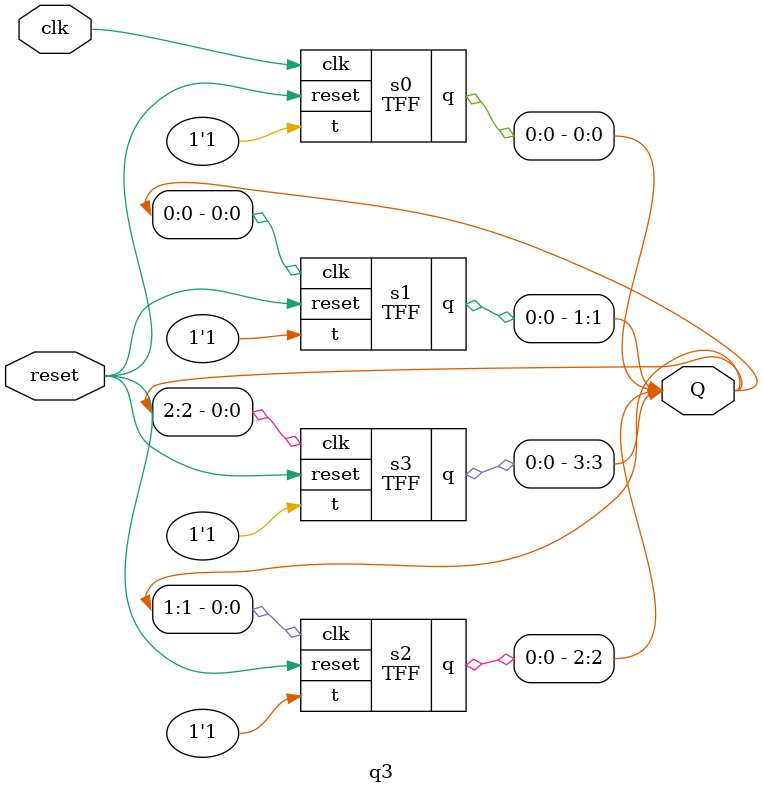
<source format=v>
module TFF(t, clk, reset, q);
	input t, clk, reset;
	output reg q;
	always @(negedge clk)
	begin
		if (reset)
			q <= 0;
		else if (t)
			q <= ~q;
	end
endmodule

module q3(clk, reset, Q);
	input clk, reset;
	output [3:0]Q;
	TFF s0(1'b1, clk, reset, Q[0]);
	TFF s1(1'b1, Q[0], reset, Q[1]);
	TFF s2(1'b1, Q[1], reset, Q[2]);
	TFF s3(1'b1, Q[2], reset, Q[3]);
endmodule
	

</source>
